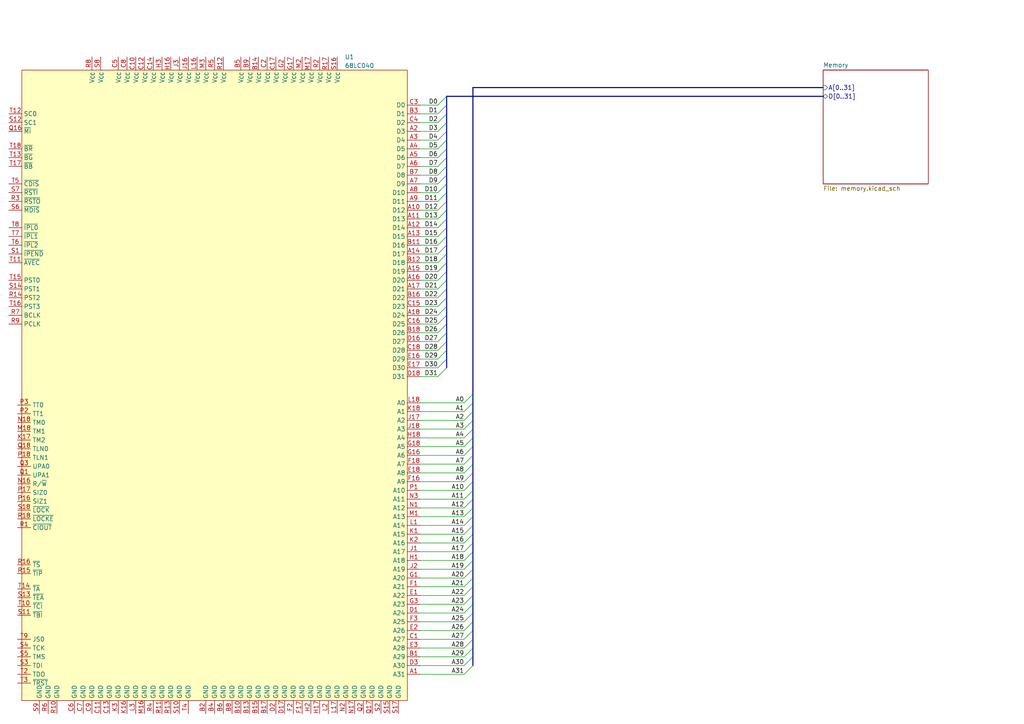
<source format=kicad_sch>
(kicad_sch (version 20230121) (generator eeschema)
  (paper "A4")
  (lib_symbols
    (symbol "68040:68LC040"
      (property "Reference" "U" (at 0 0 0))
      (property "Value" "68LC040" (at 0 0 0))
      (symbol "68LC040_1_1"
        (rectangle (start -55.88 91.44) (end 55.88 -91.44) (fill (type background)))
        (pin bidirectional line (at 59.69 -83.82 180) (length 3.81) (name "A31") (number "A1"))
        (pin bidirectional line (at 59.69 50.8 180) (length 3.81) (name "D12") (number "A10"))
        (pin bidirectional line (at 59.69 48.26 180) (length 3.81) (name "D13") (number "A11"))
        (pin bidirectional line (at 59.69 45.72 180) (length 3.81) (name "D14") (number "A12"))
        (pin bidirectional line (at 59.69 43.18 180) (length 3.81) (name "D15") (number "A13"))
        (pin bidirectional line (at 59.69 38.1 180) (length 3.81) (name "D17") (number "A14"))
        (pin bidirectional line (at 59.69 33.02 180) (length 3.81) (name "D19") (number "A15"))
        (pin bidirectional line (at 59.69 30.48 180) (length 3.81) (name "D20") (number "A16"))
        (pin bidirectional line (at 59.69 27.94 180) (length 3.81) (name "D21") (number "A17"))
        (pin bidirectional line (at 59.69 20.32 180) (length 3.81) (name "D24") (number "A18"))
        (pin bidirectional line (at 59.69 73.66 180) (length 3.81) (name "D3") (number "A2"))
        (pin bidirectional line (at 59.69 71.12 180) (length 3.81) (name "D4") (number "A3"))
        (pin bidirectional line (at 59.69 68.58 180) (length 3.81) (name "D5") (number "A4"))
        (pin bidirectional line (at 59.69 66.04 180) (length 3.81) (name "D6") (number "A5"))
        (pin bidirectional line (at 59.69 63.5 180) (length 3.81) (name "D7") (number "A6"))
        (pin bidirectional line (at 59.69 58.42 180) (length 3.81) (name "D9") (number "A7"))
        (pin bidirectional line (at 59.69 55.88 180) (length 3.81) (name "D10") (number "A8"))
        (pin bidirectional line (at 59.69 53.34 180) (length 3.81) (name "D11") (number "A9"))
        (pin bidirectional line (at 59.69 -78.74 180) (length 3.81) (name "A29") (number "B1"))
        (pin power_in line (at 7.62 -95.25 90) (length 3.81) (name "GND") (number "B10"))
        (pin bidirectional line (at 59.69 40.64 180) (length 3.81) (name "D16") (number "B11"))
        (pin bidirectional line (at 59.69 35.56 180) (length 3.81) (name "D18") (number "B12"))
        (pin power_in line (at 10.16 -95.25 90) (length 3.81) (name "GND") (number "B13"))
        (pin power_in line (at 12.7 95.25 270) (length 3.81) (name "V_{CC}") (number "B14"))
        (pin power_in line (at 12.7 -95.25 90) (length 3.81) (name "GND") (number "B15"))
        (pin bidirectional line (at 59.69 25.4 180) (length 3.81) (name "D22") (number "B16"))
        (pin power_in line (at 15.24 -95.25 90) (length 3.81) (name "GND") (number "B17"))
        (pin bidirectional line (at 59.69 15.24 180) (length 3.81) (name "D26") (number "B18"))
        (pin power_in line (at -2.54 -95.25 90) (length 3.81) (name "GND") (number "B2"))
        (pin bidirectional line (at 59.69 78.74 180) (length 3.81) (name "D1") (number "B3"))
        (pin power_in line (at 0 -95.25 90) (length 3.81) (name "GND") (number "B4"))
        (pin power_in line (at 7.62 95.25 270) (length 3.81) (name "V_{CC}") (number "B5"))
        (pin power_in line (at 2.54 -95.25 90) (length 3.81) (name "GND") (number "B6"))
        (pin bidirectional line (at 59.69 60.96 180) (length 3.81) (name "D8") (number "B7"))
        (pin power_in line (at 5.08 -95.25 90) (length 3.81) (name "GND") (number "B8"))
        (pin power_in line (at 10.16 95.25 270) (length 3.81) (name "V_{CC}") (number "B9"))
        (pin bidirectional line (at 59.69 -73.66 180) (length 3.81) (name "A27") (number "C1"))
        (pin power_in line (at -22.86 95.25 270) (length 3.81) (name "V_{CC}") (number "C10"))
        (pin power_in line (at -33.02 -95.25 90) (length 3.81) (name "GND") (number "C11"))
        (pin power_in line (at -20.32 95.25 270) (length 3.81) (name "V_{CC}") (number "C12"))
        (pin power_in line (at -30.48 -95.25 90) (length 3.81) (name "GND") (number "C13"))
        (pin power_in line (at -17.78 95.25 270) (length 3.81) (name "V_{CC}") (number "C14"))
        (pin bidirectional line (at 59.69 22.86 180) (length 3.81) (name "D23") (number "C15"))
        (pin bidirectional line (at 59.69 17.78 180) (length 3.81) (name "D25") (number "C16"))
        (pin power_in line (at 17.78 95.25 270) (length 3.81) (name "V_{CC}") (number "C17"))
        (pin bidirectional line (at 59.69 10.16 180) (length 3.81) (name "D28") (number "C18"))
        (pin power_in line (at 15.24 95.25 270) (length 3.81) (name "V_{CC}") (number "C2"))
        (pin bidirectional line (at 59.69 81.28 180) (length 3.81) (name "D0") (number "C3"))
        (pin bidirectional line (at 59.69 76.2 180) (length 3.81) (name "D2") (number "C4"))
        (pin power_in line (at -27.94 95.25 270) (length 3.81) (name "V_{CC}") (number "C5"))
        (pin power_in line (at -40.64 -95.25 90) (length 3.81) (name "GND") (number "C6"))
        (pin power_in line (at -38.1 -95.25 90) (length 3.81) (name "GND") (number "C7"))
        (pin power_in line (at -25.4 95.25 270) (length 3.81) (name "V_{CC}") (number "C8"))
        (pin power_in line (at -35.56 -95.25 90) (length 3.81) (name "GND") (number "C9"))
        (pin bidirectional line (at 59.69 -66.04 180) (length 3.81) (name "A24") (number "D1"))
        (pin bidirectional line (at 59.69 12.7 180) (length 3.81) (name "D27") (number "D16"))
        (pin power_in line (at 20.32 -95.25 90) (length 3.81) (name "GND") (number "D17"))
        (pin bidirectional line (at 59.69 2.54 180) (length 3.81) (name "D31") (number "D18"))
        (pin power_in line (at 17.78 -95.25 90) (length 3.81) (name "GND") (number "D2"))
        (pin bidirectional line (at 59.69 -81.28 180) (length 3.81) (name "A30") (number "D3"))
        (pin bidirectional line (at 59.69 -60.96 180) (length 3.81) (name "A22") (number "E1"))
        (pin bidirectional line (at 59.69 7.62 180) (length 3.81) (name "D29") (number "E16"))
        (pin bidirectional line (at 59.69 5.08 180) (length 3.81) (name "D30") (number "E17"))
        (pin bidirectional line (at 59.69 -25.4 180) (length 3.81) (name "A8") (number "E18"))
        (pin bidirectional line (at 59.69 -71.12 180) (length 3.81) (name "A26") (number "E2"))
        (pin bidirectional line (at 59.69 -76.2 180) (length 3.81) (name "A28") (number "E3"))
        (pin bidirectional line (at 59.69 -58.42 180) (length 3.81) (name "A21") (number "F1"))
        (pin bidirectional line (at 59.69 -27.94 180) (length 3.81) (name "A9") (number "F16"))
        (pin power_in line (at 25.4 -95.25 90) (length 3.81) (name "GND") (number "F17"))
        (pin bidirectional line (at 59.69 -22.86 180) (length 3.81) (name "A7") (number "F18"))
        (pin power_in line (at 22.86 -95.25 90) (length 3.81) (name "GND") (number "F2"))
        (pin bidirectional line (at 59.69 -68.58 180) (length 3.81) (name "A25") (number "F3"))
        (pin bidirectional line (at 59.69 -55.88 180) (length 3.81) (name "A20") (number "G1"))
        (pin bidirectional line (at 59.69 -20.32 180) (length 3.81) (name "A6") (number "G16"))
        (pin power_in line (at 22.86 95.25 270) (length 3.81) (name "V_{CC}") (number "G17"))
        (pin bidirectional line (at 59.69 -17.78 180) (length 3.81) (name "A5") (number "G18"))
        (pin power_in line (at 20.32 95.25 270) (length 3.81) (name "V_{CC}") (number "G2"))
        (pin bidirectional line (at 59.69 -63.5 180) (length 3.81) (name "A23") (number "G3"))
        (pin bidirectional line (at 59.69 -50.8 180) (length 3.81) (name "A18") (number "H1"))
        (pin power_in line (at -12.7 95.25 270) (length 3.81) (name "V_{CC}") (number "H16"))
        (pin power_in line (at 30.48 -95.25 90) (length 3.81) (name "GND") (number "H17"))
        (pin bidirectional line (at 59.69 -15.24 180) (length 3.81) (name "A4") (number "H18"))
        (pin power_in line (at 27.94 -95.25 90) (length 3.81) (name "GND") (number "H2"))
        (pin power_in line (at -15.24 95.25 270) (length 3.81) (name "V_{CC}") (number "H3"))
        (pin bidirectional line (at 59.69 -48.26 180) (length 3.81) (name "A17") (number "J1"))
        (pin power_in line (at -7.62 95.25 270) (length 3.81) (name "V_{CC}") (number "J16"))
        (pin bidirectional line (at 59.69 -10.16 180) (length 3.81) (name "A2") (number "J17"))
        (pin bidirectional line (at 59.69 -12.7 180) (length 3.81) (name "A3") (number "J18"))
        (pin bidirectional line (at 59.69 -53.34 180) (length 3.81) (name "A19") (number "J2"))
        (pin power_in line (at -10.16 95.25 270) (length 3.81) (name "V_{CC}") (number "J3"))
        (pin bidirectional line (at 59.69 -43.18 180) (length 3.81) (name "A15") (number "K1"))
        (pin power_in line (at -25.4 -95.25 90) (length 3.81) (name "GND") (number "K16"))
        (pin output line (at -57.15 -15.875 0) (length 3.81) (name "TM2") (number "K17"))
        (pin bidirectional line (at 59.69 -7.62 180) (length 3.81) (name "A1") (number "K18"))
        (pin bidirectional line (at 59.69 -45.72 180) (length 3.81) (name "A16") (number "K2"))
        (pin power_in line (at -27.94 -95.25 90) (length 3.81) (name "GND") (number "K3"))
        (pin bidirectional line (at 59.69 -40.64 180) (length 3.81) (name "A14") (number "L1"))
        (pin power_in line (at -5.08 95.25 270) (length 3.81) (name "V_{CC}") (number "L16"))
        (pin power_in line (at 35.56 -95.25 90) (length 3.81) (name "GND") (number "L17"))
        (pin bidirectional line (at 59.69 -5.08 180) (length 3.81) (name "A0") (number "L18"))
        (pin power_in line (at 33.02 -95.25 90) (length 3.81) (name "GND") (number "L2"))
        (pin power_in line (at -22.86 -95.25 90) (length 3.81) (name "GND") (number "L3"))
        (pin bidirectional line (at 59.69 -38.1 180) (length 3.81) (name "A13") (number "M1"))
        (pin power_in line (at -20.32 -95.25 90) (length 3.81) (name "GND") (number "M16"))
        (pin power_in line (at 27.94 95.25 270) (length 3.81) (name "V_{CC}") (number "M17"))
        (pin output line (at -57.15 -13.335 0) (length 3.81) (name "TM1") (number "M18"))
        (pin power_in line (at 25.4 95.25 270) (length 3.81) (name "V_{CC}") (number "M2"))
        (pin power_in line (at -2.54 95.25 270) (length 3.81) (name "V_{CC}") (number "M3"))
        (pin bidirectional line (at 59.69 -35.56 180) (length 3.81) (name "A12") (number "N1"))
        (pin bidirectional line (at -57.15 -28.575 0) (length 3.81) (name "R/~{W}") (number "N16"))
        (pin power_in line (at 40.64 -95.25 90) (length 3.81) (name "GND") (number "N17"))
        (pin output line (at -57.15 -10.795 0) (length 3.81) (name "TM0") (number "N18"))
        (pin power_in line (at 38.1 -95.25 90) (length 3.81) (name "GND") (number "N2"))
        (pin bidirectional line (at 59.69 -33.02 180) (length 3.81) (name "A11") (number "N3"))
        (pin bidirectional line (at 59.69 -30.48 180) (length 3.81) (name "A10") (number "P1"))
        (pin bidirectional line (at -57.15 -33.655 0) (length 3.81) (name "SIZ1") (number "P16"))
        (pin bidirectional line (at -57.15 -31.115 0) (length 3.81) (name "SIZ0") (number "P17"))
        (pin output line (at -57.15 -20.955 0) (length 3.81) (name "TLN1") (number "P18"))
        (pin bidirectional line (at -57.15 -8.255 0) (length 3.81) (name "TT1") (number "P2"))
        (pin bidirectional line (at -57.15 -5.715 0) (length 3.81) (name "TT0") (number "P3"))
        (pin output line (at -57.15 -26.035 0) (length 3.81) (name "UPA1") (number "Q1"))
        (pin output line (at -59.69 73.66 0) (length 3.81) (name "~{MI}") (number "Q16"))
        (pin power_in line (at 45.72 -95.25 90) (length 3.81) (name "GND") (number "Q17"))
        (pin output line (at -57.15 -18.415 0) (length 3.81) (name "TLN0") (number "Q18"))
        (pin power_in line (at 43.18 -95.25 90) (length 3.81) (name "GND") (number "Q2"))
        (pin output line (at -57.15 -23.495 0) (length 3.81) (name "UPA0") (number "Q3"))
        (pin output line (at -57.15 -41.275 0) (length 3.81) (name "~{CIOUT}") (number "R1"))
        (pin power_in line (at -45.72 -95.25 90) (length 3.81) (name "GND") (number "R10"))
        (pin power_in line (at -15.24 -95.25 90) (length 3.81) (name "GND") (number "R11"))
        (pin power_in line (at 2.54 95.25 270) (length 3.81) (name "V_{CC}") (number "R12"))
        (pin power_in line (at -12.7 -95.25 90) (length 3.81) (name "GND") (number "R13"))
        (pin output line (at -59.69 25.4 0) (length 3.81) (name "PST2") (number "R14"))
        (pin output line (at -57.15 -54.61 0) (length 3.81) (name "~{TIP}") (number "R15"))
        (pin bidirectional line (at -57.15 -52.07 0) (length 3.81) (name "~{TS}") (number "R16"))
        (pin power_in line (at 33.02 95.25 270) (length 3.81) (name "V_{CC}") (number "R17"))
        (pin output line (at -57.15 -38.735 0) (length 3.81) (name "~{LOCKE}") (number "R18"))
        (pin power_in line (at 30.48 95.25 270) (length 3.81) (name "V_{CC}") (number "R2"))
        (pin output line (at -59.69 53.34 0) (length 3.81) (name "~{RSTO}") (number "R3"))
        (pin power_in line (at -17.78 -95.25 90) (length 3.81) (name "GND") (number "R4"))
        (pin power_in line (at 0 95.25 270) (length 3.81) (name "V_{CC}") (number "R5"))
        (pin power_in line (at -48.26 -95.25 90) (length 3.81) (name "GND") (number "R6"))
        (pin input line (at -59.69 20.32 0) (length 3.81) (name "BCLK") (number "R7"))
        (pin power_in line (at -35.56 95.25 270) (length 3.81) (name "V_{CC}") (number "R8"))
        (pin input line (at -59.69 17.78 0) (length 3.81) (name "PCLK") (number "R9"))
        (pin output line (at -59.69 38.1 0) (length 3.81) (name "~{IPEND}") (number "S1"))
        (pin power_in line (at -10.16 -95.25 90) (length 3.81) (name "GND") (number "S10"))
        (pin input line (at -57.15 -66.675 0) (length 3.81) (name "~{TBI}") (number "S11"))
        (pin input line (at -59.69 76.2 0) (length 3.81) (name "SC1") (number "S12"))
        (pin input line (at -57.15 -61.595 0) (length 3.81) (name "~{TEA}") (number "S13"))
        (pin output line (at -59.69 27.94 0) (length 3.81) (name "PST1") (number "S14"))
        (pin power_in line (at 50.8 -95.25 90) (length 3.81) (name "GND") (number "S15"))
        (pin power_in line (at 35.56 95.25 270) (length 3.81) (name "V_{CC}") (number "S16"))
        (pin power_in line (at 53.34 -95.25 90) (length 3.81) (name "GND") (number "S17"))
        (pin output line (at -57.15 -36.195 0) (length 3.81) (name "~{LOCK}") (number "S18"))
        (pin power_in line (at 48.26 -95.25 90) (length 3.81) (name "GND") (number "S2"))
        (pin input line (at -57.15 -81.28 0) (length 3.81) (name "TDI") (number "S3"))
        (pin input line (at -57.15 -76.2 0) (length 3.81) (name "TCK") (number "S4"))
        (pin input line (at -57.15 -78.74 0) (length 3.81) (name "TMS") (number "S5"))
        (pin input line (at -59.69 50.8 0) (length 3.81) (name "~{MDIS}") (number "S6"))
        (pin input line (at -59.69 55.88 0) (length 3.81) (name "~{RSTI}") (number "S7"))
        (pin power_in line (at -33.02 95.25 270) (length 3.81) (name "V_{CC}") (number "S8"))
        (pin power_in line (at -50.8 -95.25 90) (length 3.81) (name "GND") (number "S9"))
        (pin input line (at -57.15 -64.135 0) (length 3.81) (name "~{TCI}") (number "T10"))
        (pin input line (at -59.69 35.56 0) (length 3.81) (name "~{AVEC}") (number "T11"))
        (pin input line (at -59.69 78.74 0) (length 3.81) (name "SC0") (number "T12"))
        (pin input line (at -59.69 66.04 0) (length 3.81) (name "~{BG}") (number "T13"))
        (pin bidirectional line (at -57.15 -59.055 0) (length 3.81) (name "~{TA}") (number "T14"))
        (pin output line (at -59.69 30.48 0) (length 3.81) (name "PST0") (number "T15"))
        (pin output line (at -59.69 22.86 0) (length 3.81) (name "PST3") (number "T16"))
        (pin bidirectional line (at -59.69 63.5 0) (length 3.81) (name "~{BB}") (number "T17"))
        (pin output line (at -59.69 68.58 0) (length 3.81) (name "~{BR}") (number "T18"))
        (pin output line (at -57.15 -83.82 0) (length 3.81) (name "TDO") (number "T2"))
        (pin input line (at -57.15 -86.36 0) (length 3.81) (name "~{TRST}") (number "T3"))
        (pin power_in line (at -7.62 -95.25 90) (length 3.81) (name "GND") (number "T4"))
        (pin input line (at -59.69 58.42 0) (length 3.81) (name "~{CDIS}") (number "T5"))
        (pin input line (at -59.69 40.64 0) (length 3.81) (name "~{IPL2}") (number "T6"))
        (pin input line (at -59.69 43.18 0) (length 3.81) (name "~{IPL1}") (number "T7"))
        (pin input line (at -59.69 45.72 0) (length 3.81) (name "~{IPL0}") (number "T8"))
        (pin input line (at -57.15 -73.66 0) (length 3.81) (name "JS0") (number "T9"))
      )
    )
  )
  (bus_entry (at 134.62 137.16) (size 2.54 -2.54))
  (bus_entry (at 134.62 182.88) (size 2.54 -2.54))
  (bus_entry (at 134.62 167.64) (size 2.54 -2.54))
  (bus_entry (at 134.62 160.02) (size 2.54 -2.54))
  (bus_entry (at 127 83.82) (size 2.54 -2.54))
  (bus_entry (at 127 71.12) (size 2.54 -2.54))
  (bus_entry (at 134.62 152.4) (size 2.54 -2.54))
  (bus_entry (at 127 38.1) (size 2.54 -2.54))
  (bus_entry (at 127 55.88) (size 2.54 -2.54))
  (bus_entry (at 127 76.2) (size 2.54 -2.54))
  (bus_entry (at 134.62 121.92) (size 2.54 -2.54))
  (bus_entry (at 127 91.44) (size 2.54 -2.54))
  (bus_entry (at 134.62 124.46) (size 2.54 -2.54))
  (bus_entry (at 127 40.64) (size 2.54 -2.54))
  (bus_entry (at 134.62 177.8) (size 2.54 -2.54))
  (bus_entry (at 134.62 165.1) (size 2.54 -2.54))
  (bus_entry (at 134.62 170.18) (size 2.54 -2.54))
  (bus_entry (at 127 106.68) (size 2.54 -2.54))
  (bus_entry (at 127 66.04) (size 2.54 -2.54))
  (bus_entry (at 134.62 172.72) (size 2.54 -2.54))
  (bus_entry (at 134.62 185.42) (size 2.54 -2.54))
  (bus_entry (at 127 101.6) (size 2.54 -2.54))
  (bus_entry (at 134.62 144.78) (size 2.54 -2.54))
  (bus_entry (at 134.62 134.62) (size 2.54 -2.54))
  (bus_entry (at 127 93.98) (size 2.54 -2.54))
  (bus_entry (at 127 78.74) (size 2.54 -2.54))
  (bus_entry (at 127 33.02) (size 2.54 -2.54))
  (bus_entry (at 127 45.72) (size 2.54 -2.54))
  (bus_entry (at 127 86.36) (size 2.54 -2.54))
  (bus_entry (at 127 50.8) (size 2.54 -2.54))
  (bus_entry (at 127 109.22) (size 2.54 -2.54))
  (bus_entry (at 127 60.96) (size 2.54 -2.54))
  (bus_entry (at 127 104.14) (size 2.54 -2.54))
  (bus_entry (at 134.62 157.48) (size 2.54 -2.54))
  (bus_entry (at 127 88.9) (size 2.54 -2.54))
  (bus_entry (at 134.62 162.56) (size 2.54 -2.54))
  (bus_entry (at 134.62 195.58) (size 2.54 -2.54))
  (bus_entry (at 127 53.34) (size 2.54 -2.54))
  (bus_entry (at 127 73.66) (size 2.54 -2.54))
  (bus_entry (at 134.62 149.86) (size 2.54 -2.54))
  (bus_entry (at 134.62 193.04) (size 2.54 -2.54))
  (bus_entry (at 127 58.42) (size 2.54 -2.54))
  (bus_entry (at 127 43.18) (size 2.54 -2.54))
  (bus_entry (at 134.62 127) (size 2.54 -2.54))
  (bus_entry (at 134.62 142.24) (size 2.54 -2.54))
  (bus_entry (at 134.62 187.96) (size 2.54 -2.54))
  (bus_entry (at 134.62 147.32) (size 2.54 -2.54))
  (bus_entry (at 127 63.5) (size 2.54 -2.54))
  (bus_entry (at 134.62 119.38) (size 2.54 -2.54))
  (bus_entry (at 134.62 190.5) (size 2.54 -2.54))
  (bus_entry (at 134.62 154.94) (size 2.54 -2.54))
  (bus_entry (at 127 96.52) (size 2.54 -2.54))
  (bus_entry (at 127 35.56) (size 2.54 -2.54))
  (bus_entry (at 134.62 129.54) (size 2.54 -2.54))
  (bus_entry (at 134.62 139.7) (size 2.54 -2.54))
  (bus_entry (at 134.62 180.34) (size 2.54 -2.54))
  (bus_entry (at 134.62 116.84) (size 2.54 -2.54))
  (bus_entry (at 127 81.28) (size 2.54 -2.54))
  (bus_entry (at 127 48.26) (size 2.54 -2.54))
  (bus_entry (at 134.62 132.08) (size 2.54 -2.54))
  (bus_entry (at 134.62 175.26) (size 2.54 -2.54))
  (bus_entry (at 127 30.48) (size 2.54 -2.54))
  (bus_entry (at 127 99.06) (size 2.54 -2.54))
  (bus_entry (at 127 68.58) (size 2.54 -2.54))
  (bus (pts (xy 137.16 137.16) (xy 137.16 134.62)))
  (bus (pts (xy 129.54 38.1) (xy 129.54 35.56)))
  (bus (pts (xy 129.54 71.12) (xy 129.54 68.58)))
  (wire (pts (xy 121.92 101.6) (xy 127 101.6)))
  (bus (pts (xy 137.16 170.18) (xy 137.16 167.64)))
  (bus (pts (xy 137.16 162.56) (xy 137.16 160.02)))
  (wire (pts (xy 121.92 185.42) (xy 134.62 185.42)))
  (wire (pts (xy 121.92 119.38) (xy 134.62 119.38)))
  (wire (pts (xy 121.92 50.8) (xy 127 50.8)))
  (wire (pts (xy 121.92 190.5) (xy 134.62 190.5)))
  (wire (pts (xy 121.92 170.18) (xy 134.62 170.18)))
  (wire (pts (xy 121.92 55.88) (xy 127 55.88)))
  (wire (pts (xy 121.92 68.58) (xy 127 68.58)))
  (wire (pts (xy 121.92 83.82) (xy 127 83.82)))
  (wire (pts (xy 121.92 63.5) (xy 127 63.5)))
  (bus (pts (xy 137.16 147.32) (xy 137.16 144.78)))
  (bus (pts (xy 129.54 40.64) (xy 129.54 38.1)))
  (bus (pts (xy 129.54 99.06) (xy 129.54 96.52)))
  (bus (pts (xy 137.16 182.88) (xy 137.16 180.34)))
  (wire (pts (xy 121.92 71.12) (xy 127 71.12)))
  (bus (pts (xy 137.16 139.7) (xy 137.16 137.16)))
  (wire (pts (xy 121.92 142.24) (xy 134.62 142.24)))
  (bus (pts (xy 129.54 78.74) (xy 129.54 76.2)))
  (wire (pts (xy 121.92 109.22) (xy 127 109.22)))
  (wire (pts (xy 121.92 182.88) (xy 134.62 182.88)))
  (wire (pts (xy 121.92 40.64) (xy 127 40.64)))
  (wire (pts (xy 121.92 177.8) (xy 134.62 177.8)))
  (bus (pts (xy 137.16 127) (xy 137.16 124.46)))
  (bus (pts (xy 129.54 104.14) (xy 129.54 101.6)))
  (bus (pts (xy 137.16 167.64) (xy 137.16 165.1)))
  (bus (pts (xy 129.54 66.04) (xy 129.54 63.5)))
  (wire (pts (xy 121.92 45.72) (xy 127 45.72)))
  (bus (pts (xy 129.54 81.28) (xy 129.54 78.74)))
  (wire (pts (xy 121.92 180.34) (xy 134.62 180.34)))
  (bus (pts (xy 137.16 124.46) (xy 137.16 121.92)))
  (bus (pts (xy 129.54 45.72) (xy 129.54 43.18)))
  (bus (pts (xy 137.16 172.72) (xy 137.16 170.18)))
  (bus (pts (xy 129.54 33.02) (xy 129.54 30.48)))
  (bus (pts (xy 137.16 114.3) (xy 137.16 25.4)))
  (wire (pts (xy 121.92 104.14) (xy 127 104.14)))
  (wire (pts (xy 121.92 195.58) (xy 134.62 195.58)))
  (wire (pts (xy 121.92 86.36) (xy 127 86.36)))
  (bus (pts (xy 129.54 93.98) (xy 129.54 91.44)))
  (bus (pts (xy 137.16 180.34) (xy 137.16 177.8)))
  (bus (pts (xy 137.16 154.94) (xy 137.16 152.4)))
  (bus (pts (xy 137.16 132.08) (xy 137.16 129.54)))
  (bus (pts (xy 137.16 185.42) (xy 137.16 182.88)))
  (bus (pts (xy 137.16 175.26) (xy 137.16 172.72)))
  (bus (pts (xy 129.54 53.34) (xy 129.54 50.8)))
  (bus (pts (xy 129.54 27.94) (xy 238.76 27.94)))
  (wire (pts (xy 121.92 66.04) (xy 127 66.04)))
  (bus (pts (xy 129.54 68.58) (xy 129.54 66.04)))
  (bus (pts (xy 137.16 144.78) (xy 137.16 142.24)))
  (bus (pts (xy 129.54 55.88) (xy 129.54 53.34)))
  (wire (pts (xy 121.92 152.4) (xy 134.62 152.4)))
  (wire (pts (xy 121.92 139.7) (xy 134.62 139.7)))
  (bus (pts (xy 129.54 101.6) (xy 129.54 99.06)))
  (wire (pts (xy 121.92 165.1) (xy 134.62 165.1)))
  (wire (pts (xy 121.92 33.02) (xy 127 33.02)))
  (wire (pts (xy 121.92 167.64) (xy 134.62 167.64)))
  (wire (pts (xy 121.92 134.62) (xy 134.62 134.62)))
  (wire (pts (xy 121.92 38.1) (xy 127 38.1)))
  (wire (pts (xy 121.92 35.56) (xy 127 35.56)))
  (wire (pts (xy 121.92 147.32) (xy 134.62 147.32)))
  (bus (pts (xy 129.54 76.2) (xy 129.54 73.66)))
  (wire (pts (xy 121.92 129.54) (xy 134.62 129.54)))
  (bus (pts (xy 129.54 35.56) (xy 129.54 33.02)))
  (wire (pts (xy 121.92 91.44) (xy 127 91.44)))
  (bus (pts (xy 137.16 187.96) (xy 137.16 185.42)))
  (bus (pts (xy 137.16 25.4) (xy 238.76 25.4)))
  (bus (pts (xy 129.54 96.52) (xy 129.54 93.98)))
  (bus (pts (xy 129.54 83.82) (xy 129.54 81.28)))
  (bus (pts (xy 129.54 88.9) (xy 129.54 86.36)))
  (wire (pts (xy 121.92 53.34) (xy 127 53.34)))
  (bus (pts (xy 137.16 116.84) (xy 137.16 114.3)))
  (wire (pts (xy 121.92 124.46) (xy 134.62 124.46)))
  (wire (pts (xy 121.92 144.78) (xy 134.62 144.78)))
  (bus (pts (xy 137.16 119.38) (xy 137.16 116.84)))
  (wire (pts (xy 121.92 99.06) (xy 127 99.06)))
  (bus (pts (xy 137.16 149.86) (xy 137.16 147.32)))
  (wire (pts (xy 121.92 116.84) (xy 134.62 116.84)))
  (bus (pts (xy 137.16 193.04) (xy 137.16 190.5)))
  (wire (pts (xy 121.92 93.98) (xy 127 93.98)))
  (wire (pts (xy 121.92 60.96) (xy 127 60.96)))
  (wire (pts (xy 121.92 121.92) (xy 134.62 121.92)))
  (wire (pts (xy 121.92 48.26) (xy 127 48.26)))
  (bus (pts (xy 137.16 134.62) (xy 137.16 132.08)))
  (wire (pts (xy 121.92 132.08) (xy 134.62 132.08)))
  (bus (pts (xy 137.16 129.54) (xy 137.16 127)))
  (wire (pts (xy 121.92 73.66) (xy 127 73.66)))
  (bus (pts (xy 129.54 73.66) (xy 129.54 71.12)))
  (wire (pts (xy 121.92 175.26) (xy 134.62 175.26)))
  (wire (pts (xy 121.92 160.02) (xy 134.62 160.02)))
  (wire (pts (xy 121.92 187.96) (xy 134.62 187.96)))
  (bus (pts (xy 129.54 30.48) (xy 129.54 27.94)))
  (wire (pts (xy 121.92 162.56) (xy 134.62 162.56)))
  (bus (pts (xy 129.54 48.26) (xy 129.54 45.72)))
  (bus (pts (xy 137.16 152.4) (xy 137.16 149.86)))
  (bus (pts (xy 137.16 160.02) (xy 137.16 157.48)))
  (bus (pts (xy 137.16 142.24) (xy 137.16 139.7)))
  (wire (pts (xy 121.92 137.16) (xy 134.62 137.16)))
  (wire (pts (xy 121.92 81.28) (xy 127 81.28)))
  (wire (pts (xy 121.92 76.2) (xy 127 76.2)))
  (bus (pts (xy 129.54 50.8) (xy 129.54 48.26)))
  (wire (pts (xy 121.92 96.52) (xy 127 96.52)))
  (bus (pts (xy 137.16 190.5) (xy 137.16 187.96)))
  (bus (pts (xy 129.54 86.36) (xy 129.54 83.82)))
  (wire (pts (xy 121.92 30.48) (xy 127 30.48)))
  (bus (pts (xy 137.16 177.8) (xy 137.16 175.26)))
  (bus (pts (xy 129.54 60.96) (xy 129.54 58.42)))
  (bus (pts (xy 129.54 43.18) (xy 129.54 40.64)))
  (bus (pts (xy 129.54 58.42) (xy 129.54 55.88)))
  (bus (pts (xy 137.16 121.92) (xy 137.16 119.38)))
  (wire (pts (xy 121.92 88.9) (xy 127 88.9)))
  (wire (pts (xy 121.92 154.94) (xy 134.62 154.94)))
  (bus (pts (xy 137.16 157.48) (xy 137.16 154.94)))
  (wire (pts (xy 121.92 58.42) (xy 127 58.42)))
  (wire (pts (xy 121.92 43.18) (xy 127 43.18)))
  (bus (pts (xy 129.54 63.5) (xy 129.54 60.96)))
  (wire (pts (xy 121.92 78.74) (xy 127 78.74)))
  (bus (pts (xy 129.54 106.68) (xy 129.54 104.14)))
  (bus (pts (xy 137.16 165.1) (xy 137.16 162.56)))
  (wire (pts (xy 121.92 193.04) (xy 134.62 193.04)))
  (wire (pts (xy 121.92 127) (xy 134.62 127)))
  (bus (pts (xy 129.54 91.44) (xy 129.54 88.9)))
  (wire (pts (xy 121.92 149.86) (xy 134.62 149.86)))
  (wire (pts (xy 121.92 157.48) (xy 134.62 157.48)))
  (wire (pts (xy 121.92 172.72) (xy 134.62 172.72)))
  (wire (pts (xy 121.92 106.68) (xy 127 106.68)))
  (label "A0" (at 134.62 116.84 180))
  (label "D12" (at 127 60.96 180))
  (label "A13" (at 134.62 149.86 180))
  (label "A2" (at 134.62 121.92 180))
  (label "D21" (at 127 83.82 180))
  (label "D7" (at 127 48.26 180))
  (label "A10" (at 134.62 142.24 180))
  (label "D22" (at 127 86.36 180))
  (label "D16" (at 127 71.12 180))
  (label "A5" (at 134.62 129.54 180))
  (label "A8" (at 134.62 137.16 180))
  (label "D26" (at 127 96.52 180))
  (label "A20" (at 134.62 167.64 180))
  (label "A12" (at 134.62 147.32 180))
  (label "D27" (at 127 99.06 180))
  (label "A31" (at 134.62 195.58 180))
  (label "D24" (at 127 91.44 180))
  (label "A30" (at 134.62 193.04 180))
  (label "A21" (at 134.62 170.18 180))
  (label "A11" (at 134.62 144.78 180))
  (label "A25" (at 134.62 180.34 180))
  (label "A29" (at 134.62 190.5 180))
  (label "A24" (at 134.62 177.8 180))
  (label "A4" (at 134.62 127 180))
  (label "A7" (at 134.62 134.62 180))
  (label "A28" (at 134.62 187.96 180))
  (label "D9" (at 127 53.34 180))
  (label "D31" (at 127 109.22 180))
  (label "D17" (at 127 73.66 180))
  (label "D8" (at 127 50.8 180))
  (label "D0" (at 127 30.48 180))
  (label "D25" (at 127 93.98 180))
  (label "D2" (at 127 35.56 180))
  (label "A17" (at 134.62 160.02 180))
  (label "A19" (at 134.62 165.1 180))
  (label "A26" (at 134.62 182.88 180))
  (label "A9" (at 134.62 139.7 180))
  (label "D14" (at 127 66.04 180))
  (label "A1" (at 134.62 119.38 180))
  (label "D23" (at 127 88.9 180))
  (label "D30" (at 127 106.68 180))
  (label "D19" (at 127 78.74 180))
  (label "A15" (at 134.62 154.94 180))
  (label "A6" (at 134.62 132.08 180))
  (label "D29" (at 127 104.14 180))
  (label "D1" (at 127 33.02 180))
  (label "D20" (at 127 81.28 180))
  (label "A18" (at 134.62 162.56 180))
  (label "A23" (at 134.62 175.26 180))
  (label "A14" (at 134.62 152.4 180))
  (label "D11" (at 127 58.42 180))
  (label "D18" (at 127 76.2 180))
  (label "A3" (at 134.62 124.46 180))
  (label "A22" (at 134.62 172.72 180))
  (label "D15" (at 127 68.58 180))
  (label "A27" (at 134.62 185.42 180))
  (label "D4" (at 127 40.64 180))
  (label "A16" (at 134.62 157.48 180))
  (label "D3" (at 127 38.1 180))
  (label "D28" (at 127 101.6 180))
  (label "D13" (at 127 63.5 180))
  (label "D10" (at 127 55.88 180))
  (label "D6" (at 127 45.72 180))
  (label "D5" (at 127 43.18 180))
  (symbol (lib_id "68040:68LC040") (at 62.23 111.76 0) (unit 1)
    (property "Reference" "U1" (at 99.9841 16.51 0) (effects (justify left)))
    (property "Value" "68LC040" (at 99.9841 19.05 0) (effects (justify left)))
    (property "Footprint" "68040:PGA179" (effects hide))
  )
  (sheet (at 238.76 20.32) (size 30.48 33.02) (stroke (width 0.1524))
    (property "Sheetname" "Memory" (at 238.76 19.6084 0) (effects (justify left bottom)))
    (property "Sheetfile" "memory.kicad_sch" (at 238.76 53.9246 0) (effects (justify left top)))
    (pin "A[0..31]" input (at 238.76 25.4 180))
    (pin "D[0..31]" bidirectional (at 238.76 27.94 180))
  )
)
</source>
